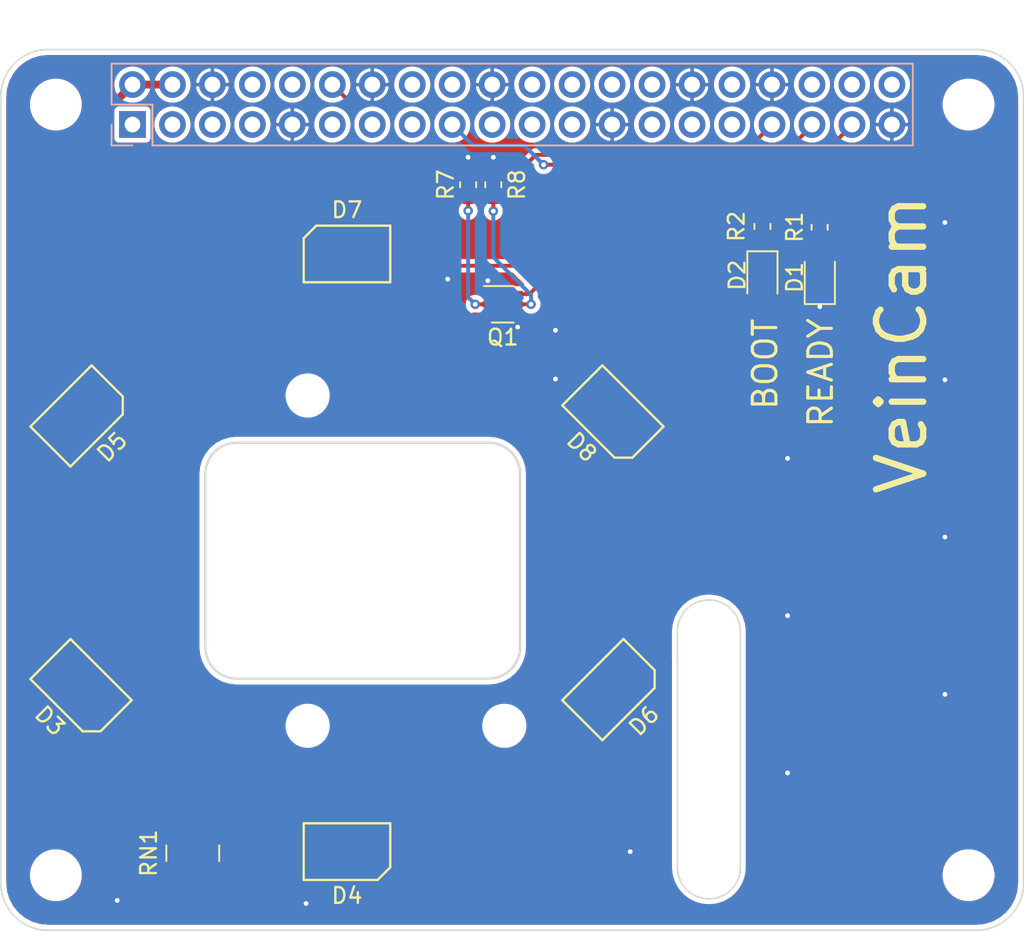
<source format=kicad_pcb>
(kicad_pcb (version 20171130) (host pcbnew "(5.1.2)-1")
  (title_block (date "15 nov 2012"))
  (layers (0 F.Cu signal) (31 B.Cu signal) (34 B.Paste user) (35 F.Paste user) (36 B.SilkS user) (37 F.SilkS user) (38 B.Mask user) (39 F.Mask user) (44 Edge.Cuts user))
  (net 0 "")
  (net 1 +5V)
  (net 2 GND)
  (net 3 "Net-(D1-Pad2)")
  (net 4 "Net-(D3-Pad1)")
  (net 5 "Net-(D3-Pad3)")
  (net 6 "Net-(D4-Pad3)")
  (net 7 "Net-(D4-Pad1)")
  (net 8 "Net-(D5-Pad3)")
  (net 9 "Net-(D5-Pad1)")
  (net 10 /LED_READY)
  (net 11 /LED_940)
  (net 12 /LED_850)
  (net 13 "Net-(D3-Pad2)")
  (net 14 "Net-(D3-Pad4)")
  (net 15 "Net-(D4-Pad4)")
  (net 16 "Net-(D4-Pad2)")
  (net 17 "Net-(D6-Pad1)")
  (net 18 "Net-(D6-Pad3)")
  (net 19 "Net-(D7-Pad1)")
  (net 20 "Net-(D7-Pad3)")
  (net 21 +3V3)
  (net 22 /nLED_BOOT)
  (net 23 "Net-(D2-Pad1)")
  (module Resistor_SMD:R_Array_Convex_4x0603 (layer F.Cu) (at 212.2 145.1 90)
    (fp_text reference RN1 (at 0 -2.8 90) (layer F.SilkS))
    (fp_text value R_Pack_3R3)
    (fp_line (start 0.5 -1.68) (end -0.5 -1.68) (layer F.SilkS) (width 0.12))
    (fp_line (start 0.5 1.68) (end -0.5 1.68) (layer F.SilkS) (width 0.12))
    (pad 5 smd rect (at 0.9 1.2 90) (size 0.8 0.5) (layers F.Cu F.Paste F.Mask) (net 16 "Net-(D4-Pad2)"))
    (pad 6 smd rect (at 0.9 0.4 90) (size 0.8 0.4) (layers F.Cu F.Paste F.Mask) (net 15 "Net-(D4-Pad4)"))
    (pad 8 smd rect (at 0.9 -1.2 90) (size 0.8 0.5) (layers F.Cu F.Paste F.Mask) (net 13 "Net-(D3-Pad2)"))
    (pad 7 smd rect (at 0.9 -0.4 90) (size 0.8 0.4) (layers F.Cu F.Paste F.Mask) (net 14 "Net-(D3-Pad4)"))
    (pad 4 smd rect (at -0.9 1.2 90) (size 0.8 0.5) (layers F.Cu F.Paste F.Mask) (net 1 +5V))
    (pad 2 smd rect (at -0.9 -0.4 90) (size 0.8 0.4) (layers F.Cu F.Paste F.Mask) (net 1 +5V))
    (pad 3 smd rect (at -0.9 0.4 90) (size 0.8 0.4) (layers F.Cu F.Paste F.Mask) (net 1 +5V))
    (pad 1 smd rect (at -0.9 -1.2 90) (size 0.8 0.5) (layers F.Cu F.Paste F.Mask) (net 1 +5V))
  )
  (module VeinCam_Footprints:PiCamera (layer F.Cu) (at 222 126 270)
    (fp_text reference TP1)
    (fp_text value "Camera Outline")
    (fp_line (start -5 9) (end 6 9) (layer Edge.Cuts) (width 0.15))
    (fp_line (start 8 7) (end 8 -9) (layer Edge.Cuts) (width 0.15))
    (fp_line (start 6 -11) (end -5 -11) (layer Edge.Cuts) (width 0.15))
    (fp_line (start -7 -9) (end -7 7) (layer Edge.Cuts) (width 0.15))
    (fp_arc (start 6 7) (end 6 9) (angle -90) (layer Edge.Cuts) (width 0.15))
    (fp_arc (start -5 7) (end -7 7) (angle -90) (layer Edge.Cuts) (width 0.15))
    (fp_arc (start -5 -9) (end -5 -11) (angle -90) (layer Edge.Cuts) (width 0.15))
    (fp_arc (start 6 -9) (end 8 -9) (angle -90) (layer Edge.Cuts) (width 0.15))
    (pad "" np_thru_hole circle (at 11 -10 270) (size 2.2 2.2) (drill 2.2) (layers *.Cu *.Mask))
    (pad "" np_thru_hole circle (at -10 2.5 270) (size 2.2 2.2) (drill 2.2) (layers *.Cu *.Mask))
    (pad "" np_thru_hole circle (at 11 2.5 270) (size 2.2 2.2) (drill 2.2) (layers *.Cu *.Mask))
  )
  (module Connector_PinSocket_2.54mm:PinSocket_2x20_P2.54mm_Vertical (layer B.Cu) (at 208.37 98.77 270)
    (fp_text reference J1)
    (fp_text value Raspberry_Pi_2_3)
    (fp_line (start -3.87 1.33) (end -1.27 1.33) (layer B.SilkS) (width 0.12))
    (fp_line (start -3.87 1.33) (end -3.87 -49.59) (layer B.SilkS) (width 0.12))
    (fp_line (start -3.87 -49.59) (end 1.33 -49.59) (layer B.SilkS) (width 0.12))
    (fp_line (start 1.33 -1.27) (end 1.33 -49.59) (layer B.SilkS) (width 0.12))
    (fp_line (start -1.27 -1.27) (end 1.33 -1.27) (layer B.SilkS) (width 0.12))
    (fp_line (start -1.27 1.33) (end -1.27 -1.27) (layer B.SilkS) (width 0.12))
    (fp_line (start 1.33 1.33) (end 1.33 0) (layer B.SilkS) (width 0.12))
    (fp_line (start 0 1.33) (end 1.33 1.33) (layer B.SilkS) (width 0.12))
    (pad 1 thru_hole rect (at 0 0 270) (size 1.7 1.7) (drill 1) (layers *.Cu *.Mask))
    (pad 2 thru_hole oval (at -2.54 0 270) (size 1.7 1.7) (drill 1) (layers *.Cu *.Mask) (net 1 +5V))
    (pad 3 thru_hole oval (at 0 -2.54 270) (size 1.7 1.7) (drill 1) (layers *.Cu *.Mask))
    (pad 4 thru_hole oval (at -2.54 -2.54 270) (size 1.7 1.7) (drill 1) (layers *.Cu *.Mask) (net 1 +5V))
    (pad 5 thru_hole oval (at 0 -5.08 270) (size 1.7 1.7) (drill 1) (layers *.Cu *.Mask))
    (pad 6 thru_hole oval (at -2.54 -5.08 270) (size 1.7 1.7) (drill 1) (layers *.Cu *.Mask) (net 2 GND))
    (pad 7 thru_hole oval (at 0 -7.62 270) (size 1.7 1.7) (drill 1) (layers *.Cu *.Mask))
    (pad 8 thru_hole oval (at -2.54 -7.62 270) (size 1.7 1.7) (drill 1) (layers *.Cu *.Mask))
    (pad 9 thru_hole oval (at 0 -10.16 270) (size 1.7 1.7) (drill 1) (layers *.Cu *.Mask) (net 2 GND))
    (pad 10 thru_hole oval (at -2.54 -10.16 270) (size 1.7 1.7) (drill 1) (layers *.Cu *.Mask))
    (pad 11 thru_hole oval (at 0 -12.7 270) (size 1.7 1.7) (drill 1) (layers *.Cu *.Mask))
    (pad 12 thru_hole oval (at -2.54 -12.7 270) (size 1.7 1.7) (drill 1) (layers *.Cu *.Mask) (net 12 /LED_850))
    (pad 13 thru_hole oval (at 0 -15.24 270) (size 1.7 1.7) (drill 1) (layers *.Cu *.Mask))
    (pad 14 thru_hole oval (at -2.54 -15.24 270) (size 1.7 1.7) (drill 1) (layers *.Cu *.Mask) (net 2 GND))
    (pad 15 thru_hole oval (at 0 -17.78 270) (size 1.7 1.7) (drill 1) (layers *.Cu *.Mask))
    (pad 16 thru_hole oval (at -2.54 -17.78 270) (size 1.7 1.7) (drill 1) (layers *.Cu *.Mask))
    (pad 17 thru_hole oval (at 0 -20.32 270) (size 1.7 1.7) (drill 1) (layers *.Cu *.Mask) (net 21 +3V3))
    (pad 18 thru_hole oval (at -2.54 -20.32 270) (size 1.7 1.7) (drill 1) (layers *.Cu *.Mask))
    (pad 19 thru_hole oval (at 0 -22.86 270) (size 1.7 1.7) (drill 1) (layers *.Cu *.Mask))
    (pad 20 thru_hole oval (at -2.54 -22.86 270) (size 1.7 1.7) (drill 1) (layers *.Cu *.Mask) (net 2 GND))
    (pad 21 thru_hole oval (at 0 -25.4 270) (size 1.7 1.7) (drill 1) (layers *.Cu *.Mask))
    (pad 22 thru_hole oval (at -2.54 -25.4 270) (size 1.7 1.7) (drill 1) (layers *.Cu *.Mask))
    (pad 23 thru_hole oval (at 0 -27.94 270) (size 1.7 1.7) (drill 1) (layers *.Cu *.Mask))
    (pad 24 thru_hole oval (at -2.54 -27.94 270) (size 1.7 1.7) (drill 1) (layers *.Cu *.Mask))
    (pad 25 thru_hole oval (at 0 -30.48 270) (size 1.7 1.7) (drill 1) (layers *.Cu *.Mask) (net 2 GND))
    (pad 26 thru_hole oval (at -2.54 -30.48 270) (size 1.7 1.7) (drill 1) (layers *.Cu *.Mask))
    (pad 27 thru_hole oval (at 0 -33.02 270) (size 1.7 1.7) (drill 1) (layers *.Cu *.Mask))
    (pad 28 thru_hole oval (at -2.54 -33.02 270) (size 1.7 1.7) (drill 1) (layers *.Cu *.Mask))
    (pad 29 thru_hole oval (at 0 -35.56 270) (size 1.7 1.7) (drill 1) (layers *.Cu *.Mask))
    (pad 30 thru_hole oval (at -2.54 -35.56 270) (size 1.7 1.7) (drill 1) (layers *.Cu *.Mask) (net 2 GND))
    (pad 31 thru_hole oval (at 0 -38.1 270) (size 1.7 1.7) (drill 1) (layers *.Cu *.Mask))
    (pad 32 thru_hole oval (at -2.54 -38.1 270) (size 1.7 1.7) (drill 1) (layers *.Cu *.Mask))
    (pad 33 thru_hole oval (at 0 -40.64 270) (size 1.7 1.7) (drill 1) (layers *.Cu *.Mask) (net 11 /LED_940))
    (pad 34 thru_hole oval (at -2.54 -40.64 270) (size 1.7 1.7) (drill 1) (layers *.Cu *.Mask) (net 2 GND))
    (pad 35 thru_hole oval (at 0 -43.18 270) (size 1.7 1.7) (drill 1) (layers *.Cu *.Mask) (net 22 /nLED_BOOT))
    (pad 36 thru_hole oval (at -2.54 -43.18 270) (size 1.7 1.7) (drill 1) (layers *.Cu *.Mask))
    (pad 37 thru_hole oval (at 0 -45.72 270) (size 1.7 1.7) (drill 1) (layers *.Cu *.Mask) (net 10 /LED_READY))
    (pad 38 thru_hole oval (at -2.54 -45.72 270) (size 1.7 1.7) (drill 1) (layers *.Cu *.Mask))
    (pad 39 thru_hole oval (at 0 -48.26 270) (size 1.7 1.7) (drill 1) (layers *.Cu *.Mask) (net 2 GND))
    (pad 40 thru_hole oval (at -2.54 -48.26 270) (size 1.7 1.7) (drill 1) (layers *.Cu *.Mask))
  )
  (module VeinCam_Footprints:SFH7252 (layer F.Cu) (at 205.1 134.7 45)
    (fp_text reference D3 (at -2.8 0 135) (layer F.SilkS))
    (fp_text value SFH7252)
    (fp_line (start -1 2.75) (end -1.8 1.95) (layer F.SilkS) (width 0.15))
    (fp_line (start -1.8 1.95) (end -1.8 -2.75) (layer F.SilkS) (width 0.15))
    (fp_line (start -1.8 -2.75) (end 1.8 -2.75) (layer F.SilkS) (width 0.15))
    (fp_line (start 1.8 -2.75) (end 1.8 2.75) (layer F.SilkS) (width 0.15))
    (fp_line (start 1.8 2.75) (end -1 2.75) (layer F.SilkS) (width 0.15))
    (pad 2 smd rect (at -0.750001 -1.4 45) (size 1.1 1.7) (layers F.Cu F.Paste F.Mask) (net 13 "Net-(D3-Pad2)"))
    (pad 1 smd rect (at -0.750001 1.4 45) (size 1.1 1.7) (layers F.Cu F.Paste F.Mask) (net 4 "Net-(D3-Pad1)"))
    (pad 3 smd rect (at 0.750001 -1.4 45) (size 1.1 1.7) (layers F.Cu F.Paste F.Mask) (net 5 "Net-(D3-Pad3)"))
    (pad 4 smd rect (at 0.750001 1.4 45) (size 1.1 1.7) (layers F.Cu F.Paste F.Mask) (net 14 "Net-(D3-Pad4)"))
  )
  (module VeinCam_Footprints:SFH7252 (layer F.Cu) (at 222 145 90)
    (fp_text reference D4 (at -2.8 0 180) (layer F.SilkS))
    (fp_text value SFH7252)
    (fp_line (start 1.8 2.75) (end -1 2.75) (layer F.SilkS) (width 0.15))
    (fp_line (start 1.8 -2.75) (end 1.8 2.75) (layer F.SilkS) (width 0.15))
    (fp_line (start -1.8 -2.75) (end 1.8 -2.75) (layer F.SilkS) (width 0.15))
    (fp_line (start -1.8 1.95) (end -1.8 -2.75) (layer F.SilkS) (width 0.15))
    (fp_line (start -1 2.75) (end -1.8 1.95) (layer F.SilkS) (width 0.15))
    (pad 4 smd rect (at 0.750001 1.4 90) (size 1.1 1.7) (layers F.Cu F.Paste F.Mask) (net 15 "Net-(D4-Pad4)"))
    (pad 3 smd rect (at 0.750001 -1.4 90) (size 1.1 1.7) (layers F.Cu F.Paste F.Mask) (net 6 "Net-(D4-Pad3)"))
    (pad 1 smd rect (at -0.750001 1.4 90) (size 1.1 1.7) (layers F.Cu F.Paste F.Mask) (net 7 "Net-(D4-Pad1)"))
    (pad 2 smd rect (at -0.750001 -1.4 90) (size 1.1 1.7) (layers F.Cu F.Paste F.Mask) (net 16 "Net-(D4-Pad2)"))
  )
  (module VeinCam_Footprints:SFH7252 (layer F.Cu) (at 205.1 117.3 135)
    (fp_text reference D5 (at -2.8 0 225) (layer F.SilkS))
    (fp_text value SFH7252)
    (fp_line (start 1.8 2.75) (end -1 2.75) (layer F.SilkS) (width 0.15))
    (fp_line (start 1.8 -2.75) (end 1.8 2.75) (layer F.SilkS) (width 0.15))
    (fp_line (start -1.8 -2.75) (end 1.8 -2.75) (layer F.SilkS) (width 0.15))
    (fp_line (start -1.8 1.95) (end -1.8 -2.75) (layer F.SilkS) (width 0.15))
    (fp_line (start -1 2.75) (end -1.8 1.95) (layer F.SilkS) (width 0.15))
    (pad 4 smd rect (at 0.750001 1.4 135) (size 1.1 1.7) (layers F.Cu F.Paste F.Mask) (net 5 "Net-(D3-Pad3)"))
    (pad 3 smd rect (at 0.750001 -1.4 135) (size 1.1 1.7) (layers F.Cu F.Paste F.Mask) (net 8 "Net-(D5-Pad3)"))
    (pad 1 smd rect (at -0.750001 1.4 135) (size 1.1 1.7) (layers F.Cu F.Paste F.Mask) (net 9 "Net-(D5-Pad1)"))
    (pad 2 smd rect (at -0.750001 -1.4 135) (size 1.1 1.7) (layers F.Cu F.Paste F.Mask) (net 4 "Net-(D3-Pad1)"))
  )
  (module VeinCam_Footprints:SFH7252 (layer F.Cu) (at 238.9 134.7 135)
    (fp_text reference D6 (at -2.8 0 225) (layer F.SilkS))
    (fp_text value SFH7252)
    (fp_line (start -1 2.75) (end -1.8 1.95) (layer F.SilkS) (width 0.15))
    (fp_line (start -1.8 1.95) (end -1.8 -2.75) (layer F.SilkS) (width 0.15))
    (fp_line (start -1.8 -2.75) (end 1.8 -2.75) (layer F.SilkS) (width 0.15))
    (fp_line (start 1.8 -2.75) (end 1.8 2.75) (layer F.SilkS) (width 0.15))
    (fp_line (start 1.8 2.75) (end -1 2.75) (layer F.SilkS) (width 0.15))
    (pad 2 smd rect (at -0.750001 -1.4 135) (size 1.1 1.7) (layers F.Cu F.Paste F.Mask) (net 7 "Net-(D4-Pad1)"))
    (pad 1 smd rect (at -0.750001 1.4 135) (size 1.1 1.7) (layers F.Cu F.Paste F.Mask) (net 17 "Net-(D6-Pad1)"))
    (pad 3 smd rect (at 0.750001 -1.4 135) (size 1.1 1.7) (layers F.Cu F.Paste F.Mask) (net 18 "Net-(D6-Pad3)"))
    (pad 4 smd rect (at 0.750001 1.4 135) (size 1.1 1.7) (layers F.Cu F.Paste F.Mask) (net 6 "Net-(D4-Pad3)"))
  )
  (module MountingHole:MountingHole_2.7mm_M2.5 (layer F.Cu) (at 203.5 97.5)
    (fp_text reference H1)
    (fp_text value MountingHole)
    (pad 1 np_thru_hole circle (at 0 0) (size 2.7 2.7) (drill 2.7) (layers *.Cu *.Mask))
  )
  (module MountingHole:MountingHole_2.7mm_M2.5 (layer F.Cu) (at 203.5 146.5)
    (fp_text reference H2)
    (fp_text value MountingHole)
    (pad 1 np_thru_hole circle (at 0 0) (size 2.7 2.7) (drill 2.7) (layers *.Cu *.Mask))
  )
  (module MountingHole:MountingHole_2.7mm_M2.5 (layer F.Cu) (at 261.5 146.5)
    (fp_text reference H3)
    (fp_text value MountingHole)
    (pad 1 np_thru_hole circle (at 0 0) (size 2.7 2.7) (drill 2.7) (layers *.Cu *.Mask))
  )
  (module MountingHole:MountingHole_2.7mm_M2.5 (layer F.Cu) (at 261.5 97.5)
    (fp_text reference H4)
    (fp_text value MountingHole)
    (pad 1 np_thru_hole circle (at 0 0) (size 2.7 2.7) (drill 2.7) (layers *.Cu *.Mask))
  )
  (module Package_TO_SOT_SMD:SOT-363_SC-70-6 (layer F.Cu) (at 231.9 110.2)
    (fp_text reference Q1 (at 0 2.1) (layer F.SilkS))
    (fp_text value NTJD4001N)
    (fp_line (start 0.7 -1.16) (end -1.2 -1.16) (layer F.SilkS) (width 0.12))
    (fp_line (start -0.7 1.16) (end 0.7 1.16) (layer F.SilkS) (width 0.12))
    (pad 1 smd rect (at -0.95 -0.65) (size 0.65 0.4) (layers F.Cu F.Paste F.Mask) (net 2 GND))
    (pad 3 smd rect (at -0.95 0.65) (size 0.65 0.4) (layers F.Cu F.Paste F.Mask) (net 19 "Net-(D7-Pad1)"))
    (pad 5 smd rect (at 0.95 0) (size 0.65 0.4) (layers F.Cu F.Paste F.Mask) (net 11 /LED_940))
    (pad 2 smd rect (at -0.95 0) (size 0.65 0.4) (layers F.Cu F.Paste F.Mask) (net 12 /LED_850))
    (pad 4 smd rect (at 0.95 0.65) (size 0.65 0.4) (layers F.Cu F.Paste F.Mask) (net 2 GND))
    (pad 6 smd rect (at 0.95 -0.65) (size 0.65 0.4) (layers F.Cu F.Paste F.Mask) (net 20 "Net-(D7-Pad3)"))
  )
  (module Resistor_SMD:R_0603_1608Metric (layer F.Cu) (at 252.0375 105.3 90)
    (fp_text reference R1 (at 0 -1.5875 90) (layer F.SilkS))
    (fp_text value 1K)
    (fp_line (start -0.162779 0.51) (end 0.162779 0.51) (layer F.SilkS) (width 0.12))
    (fp_line (start -0.162779 -0.51) (end 0.162779 -0.51) (layer F.SilkS) (width 0.12))
    (pad 2 smd roundrect (at 0.7875 0 90) (size 0.875 0.95) (layers F.Cu F.Paste F.Mask) (net 10 /LED_READY))
    (pad 1 smd roundrect (at -0.7875 0 90) (size 0.875 0.95) (layers F.Cu F.Paste F.Mask) (net 3 "Net-(D1-Pad2)"))
  )
  (module Resistor_SMD:R_0603_1608Metric (layer F.Cu) (at 248.4 105.25 270)
    (fp_text reference R2 (at 0 1.65 90) (layer F.SilkS))
    (fp_text value 1K5)
    (fp_line (start -0.162779 -0.51) (end 0.162779 -0.51) (layer F.SilkS) (width 0.12))
    (fp_line (start -0.162779 0.51) (end 0.162779 0.51) (layer F.SilkS) (width 0.12))
    (pad 1 smd roundrect (at -0.7875 0 270) (size 0.875 0.95) (layers F.Cu F.Paste F.Mask) (net 22 /nLED_BOOT))
    (pad 2 smd roundrect (at 0.7875 0 270) (size 0.875 0.95) (layers F.Cu F.Paste F.Mask) (net 23 "Net-(D2-Pad1)"))
  )
  (module Resistor_SMD:R_0603_1608Metric (layer F.Cu) (at 231.3 102.6 90)
    (fp_text reference R8 (at 0 1.5 90) (layer F.SilkS))
    (fp_text value 10K)
    (fp_line (start -0.162779 0.51) (end 0.162779 0.51) (layer F.SilkS) (width 0.12))
    (fp_line (start -0.162779 -0.51) (end 0.162779 -0.51) (layer F.SilkS) (width 0.12))
    (pad 2 smd roundrect (at 0.7875 0 90) (size 0.875 0.95) (layers F.Cu F.Paste F.Mask) (net 2 GND))
    (pad 1 smd roundrect (at -0.7875 0 90) (size 0.875 0.95) (layers F.Cu F.Paste F.Mask) (net 11 /LED_940))
  )
  (module LED_SMD:LED_0805_2012Metric (layer F.Cu) (at 252.05 108.5 90)
    (fp_text reference D1 (at 0 -1.6 270) (layer F.SilkS))
    (fp_text value "GREEN LED")
    (fp_line (start -1.685 0.96) (end 1 0.96) (layer F.SilkS) (width 0.12))
    (fp_line (start -1.685 -0.96) (end -1.685 0.96) (layer F.SilkS) (width 0.12))
    (fp_line (start 1 -0.96) (end -1.685 -0.96) (layer F.SilkS) (width 0.12))
    (pad 2 smd roundrect (at 0.9375 0 90) (size 0.975 1.4) (layers F.Cu F.Paste F.Mask) (net 3 "Net-(D1-Pad2)"))
    (pad 1 smd roundrect (at -0.9375 0 90) (size 0.975 1.4) (layers F.Cu F.Paste F.Mask) (net 2 GND))
  )
  (module LED_SMD:LED_0805_2012Metric (layer F.Cu) (at 248.4 108.5125 270)
    (fp_text reference D2 (at -0.1625 1.6 270) (layer F.SilkS))
    (fp_text value "RED LED")
    (fp_line (start 1 -0.96) (end -1.685 -0.96) (layer F.SilkS) (width 0.12))
    (fp_line (start -1.685 -0.96) (end -1.685 0.96) (layer F.SilkS) (width 0.12))
    (fp_line (start -1.685 0.96) (end 1 0.96) (layer F.SilkS) (width 0.12))
    (pad 1 smd roundrect (at -0.9375 0 270) (size 0.975 1.4) (layers F.Cu F.Paste F.Mask) (net 23 "Net-(D2-Pad1)"))
    (pad 2 smd roundrect (at 0.9375 0 270) (size 0.975 1.4) (layers F.Cu F.Paste F.Mask) (net 21 +3V3))
  )
  (module VeinCam_Footprints:SFH7252 (layer F.Cu) (at 222 107 270)
    (fp_text reference D7 (at -2.8 0) (layer F.SilkS))
    (fp_text value SFH7252)
    (fp_line (start -1 2.75) (end -1.8 1.95) (layer F.SilkS) (width 0.15))
    (fp_line (start -1.8 1.95) (end -1.8 -2.75) (layer F.SilkS) (width 0.15))
    (fp_line (start -1.8 -2.75) (end 1.8 -2.75) (layer F.SilkS) (width 0.15))
    (fp_line (start 1.8 -2.75) (end 1.8 2.75) (layer F.SilkS) (width 0.15))
    (fp_line (start 1.8 2.75) (end -1 2.75) (layer F.SilkS) (width 0.15))
    (pad 2 smd rect (at -0.75 -1.4 270) (size 1.1 1.7) (layers F.Cu F.Paste F.Mask) (net 9 "Net-(D5-Pad1)"))
    (pad 1 smd rect (at -0.75 1.4 270) (size 1.1 1.7) (layers F.Cu F.Paste F.Mask) (net 19 "Net-(D7-Pad1)"))
    (pad 3 smd rect (at 0.75 -1.4 270) (size 1.1 1.7) (layers F.Cu F.Paste F.Mask) (net 20 "Net-(D7-Pad3)"))
    (pad 4 smd rect (at 0.75 1.4 270) (size 1.1 1.7) (layers F.Cu F.Paste F.Mask) (net 8 "Net-(D5-Pad3)"))
  )
  (module VeinCam_Footprints:SFH7252 (layer F.Cu) (at 238.9 117.3 45)
    (fp_text reference D8 (at -2.8 0 135) (layer F.SilkS))
    (fp_text value SFH7252)
    (fp_line (start 1.8 2.75) (end -1 2.75) (layer F.SilkS) (width 0.15))
    (fp_line (start 1.8 -2.75) (end 1.8 2.75) (layer F.SilkS) (width 0.15))
    (fp_line (start -1.8 -2.75) (end 1.8 -2.75) (layer F.SilkS) (width 0.15))
    (fp_line (start -1.8 1.95) (end -1.8 -2.75) (layer F.SilkS) (width 0.15))
    (fp_line (start -1 2.75) (end -1.8 1.95) (layer F.SilkS) (width 0.15))
    (pad 4 smd rect (at 0.750001 1.4 45) (size 1.1 1.7) (layers F.Cu F.Paste F.Mask) (net 18 "Net-(D6-Pad3)"))
    (pad 3 smd rect (at 0.750001 -1.4 45) (size 1.1 1.7) (layers F.Cu F.Paste F.Mask) (net 20 "Net-(D7-Pad3)"))
    (pad 1 smd rect (at -0.750001 1.4 45) (size 1.1 1.7) (layers F.Cu F.Paste F.Mask) (net 19 "Net-(D7-Pad1)"))
    (pad 2 smd rect (at -0.750001 -1.4 45) (size 1.1 1.7) (layers F.Cu F.Paste F.Mask) (net 17 "Net-(D6-Pad1)"))
  )
  (module Resistor_SMD:R_0603_1608Metric (layer F.Cu) (at 229.7 102.6 90)
    (fp_text reference R7 (at 0 -1.43 90) (layer F.SilkS))
    (fp_text value 10K)
    (fp_line (start -0.162779 -0.51) (end 0.162779 -0.51) (layer F.SilkS) (width 0.12))
    (fp_line (start -0.162779 0.51) (end 0.162779 0.51) (layer F.SilkS) (width 0.12))
    (pad 1 smd roundrect (at -0.7875 0 90) (size 0.875 0.95) (layers F.Cu F.Paste F.Mask) (net 12 /LED_850))
    (pad 2 smd roundrect (at 0.7875 0 90) (size 0.875 0.95) (layers F.Cu F.Paste F.Mask) (net 2 GND))
  )
  (gr_text VeinCam (at 257.25 112.75 90) (layer F.SilkS) (effects (font (size 3 3) (thickness 0.4))))
  (gr_text BOOT (at 248.575 114 90) (layer F.SilkS) (effects (font (size 1.5 1.5) (thickness 0.2))))
  (gr_text READY (at 252.1 114.55 90) (layer F.SilkS) (effects (font (size 1.5 1.5) (thickness 0.2))))
  (gr_arc (start 245 146) (end 243 146) (angle -180) (layer Edge.Cuts) (width 0.1))
  (gr_arc (start 245 131) (end 247 131) (angle -180) (layer Edge.Cuts) (width 0.1))
  (gr_line (start 200 147) (end 200 97) (layer Edge.Cuts) (width 0.1))
  (gr_line (start 243 146) (end 243 131) (layer Edge.Cuts) (width 0.1))
  (gr_line (start 247 131) (end 247 146) (layer Edge.Cuts) (width 0.1))
  (gr_arc (start 262 97) (end 262 94) (angle 90) (layer Edge.Cuts) (width 0.1))
  (gr_arc (start 262 147) (end 265 147) (angle 90) (layer Edge.Cuts) (width 0.1))
  (gr_arc (start 203 147) (end 203 150) (angle 90) (layer Edge.Cuts) (width 0.1))
  (gr_arc (start 203 97) (end 200 97) (angle 90) (layer Edge.Cuts) (width 0.1))
  (gr_line (start 262 94) (end 203 94) (layer Edge.Cuts) (width 0.1))
  (gr_line (start 265 147) (end 265 97) (layer Edge.Cuts) (width 0.1))
  (gr_line (start 203 150) (end 262 150) (layer Edge.Cuts) (width 0.1))
  (segment (start 210.91 96.23) (end 208.37 96.23) (width 0.5) (layer F.Cu) (net 1))
  (segment (start 210.3 147.2) (end 210.6 147.2) (width 0.5) (layer F.Cu) (net 1))
  (segment (start 201.2 138.1) (end 210.3 147.2) (width 0.5) (layer F.Cu) (net 1))
  (segment (start 201.2 105.4) (end 201.2 138.1) (width 0.5) (layer F.Cu) (net 1))
  (segment (start 206.9 99.7) (end 201.2 105.4) (width 0.5) (layer F.Cu) (net 1))
  (segment (start 208.37 96.23) (end 206.9 97.7) (width 0.5) (layer F.Cu) (net 1))
  (segment (start 206.9 97.7) (end 206.9 99.7) (width 0.5) (layer F.Cu) (net 1))
  (segment (start 213.4 145.95) (end 213.4 147.2) (width 0.25) (layer F.Cu) (net 1))
  (segment (start 212.6 146.65) (end 212.6 147.2) (width 0.25) (layer F.Cu) (net 1))
  (segment (start 212.6 145.95) (end 212.6 146.65) (width 0.25) (layer F.Cu) (net 1))
  (segment (start 212.6 147.2) (end 213.4 147.2) (width 0.35) (layer F.Cu) (net 1))
  (segment (start 211.8 146.65) (end 211.8 147.2) (width 0.25) (layer F.Cu) (net 1))
  (segment (start 211.8 145.95) (end 211.8 146.65) (width 0.25) (layer F.Cu) (net 1))
  (segment (start 211.8 147.2) (end 212.6 147.2) (width 0.35) (layer F.Cu) (net 1))
  (segment (start 211 145.95) (end 211 147.2) (width 0.25) (layer F.Cu) (net 1))
  (segment (start 210.3 147.2) (end 211 147.2) (width 0.35) (layer F.Cu) (net 1))
  (segment (start 211 147.2) (end 211.8 147.2) (width 0.35) (layer F.Cu) (net 1))
  (via (at 260 105) (size 0.6) (drill 0.3) (layers F.Cu B.Cu) (net 2))
  (via (at 260 115) (size 0.6) (drill 0.3) (layers F.Cu B.Cu) (net 2))
  (via (at 260 125) (size 0.6) (drill 0.3) (layers F.Cu B.Cu) (net 2))
  (via (at 260 135) (size 0.6) (drill 0.3) (layers F.Cu B.Cu) (net 2))
  (via (at 250 120) (size 0.6) (drill 0.3) (layers F.Cu B.Cu) (net 2))
  (via (at 250 130) (size 0.6) (drill 0.3) (layers F.Cu B.Cu) (net 2))
  (via (at 250 140) (size 0.6) (drill 0.3) (layers F.Cu B.Cu) (net 2))
  (via (at 240 145) (size 0.6) (drill 0.3) (layers F.Cu B.Cu) (net 2))
  (via (at 207.4 148.1) (size 0.6) (drill 0.3) (layers F.Cu B.Cu) (net 2))
  (via (at 219.4 148.3) (size 0.6) (drill 0.3) (layers F.Cu B.Cu) (net 2))
  (via (at 231.3 100.85) (size 0.6) (drill 0.3) (layers F.Cu B.Cu) (net 2))
  (segment (start 231.3 101.8125) (end 231.3 100.85) (width 0.25) (layer F.Cu) (net 2))
  (via (at 229.7 100.85) (size 0.6) (drill 0.3) (layers F.Cu B.Cu) (net 2))
  (segment (start 229.7 101.8125) (end 229.7 100.85) (width 0.25) (layer F.Cu) (net 2))
  (via (at 252.05 110.35) (size 0.6) (drill 0.3) (layers F.Cu B.Cu) (net 2))
  (segment (start 252.05 109.4375) (end 252.05 110.35) (width 0.25) (layer F.Cu) (net 2))
  (via (at 230.95 108.7) (size 0.6) (drill 0.3) (layers F.Cu B.Cu) (net 2))
  (via (at 232.85 111.65) (size 0.6) (drill 0.3) (layers F.Cu B.Cu) (net 2))
  (via (at 228.4 108.6) (size 0.6) (drill 0.3) (layers F.Cu B.Cu) (net 2))
  (via (at 235.25 111.85) (size 0.6) (drill 0.3) (layers F.Cu B.Cu) (net 2))
  (via (at 235.25 114.95) (size 0.6) (drill 0.3) (layers F.Cu B.Cu) (net 2))
  (segment (start 252.05 107.5625) (end 252.05 106.1) (width 0.25) (layer F.Cu) (net 3))
  (segment (start 204.8 135.45) (end 205.55 136.2) (width 0.35) (layer F.Cu) (net 4))
  (segment (start 203.7 119.760661) (end 203.7 130.7) (width 0.35) (layer F.Cu) (net 4))
  (segment (start 204.640381 118.82028) (end 203.7 119.760661) (width 0.35) (layer F.Cu) (net 4))
  (segment (start 203.7 130.7) (end 206.1 133.1) (width 0.35) (layer F.Cu) (net 4))
  (segment (start 206.1 133.1) (end 206.1 133.75) (width 0.35) (layer F.Cu) (net 4))
  (segment (start 206.1 133.75) (end 204.8 135.05) (width 0.35) (layer F.Cu) (net 4))
  (segment (start 204.8 135.05) (end 204.8 135.45) (width 0.35) (layer F.Cu) (net 4))
  (segment (start 205.100001 115.320102) (end 205.070102 115.320102) (width 0.35) (layer F.Cu) (net 5))
  (segment (start 205.559619 115.77972) (end 205.100001 115.320102) (width 0.35) (layer F.Cu) (net 5))
  (segment (start 205.070102 115.320102) (end 204.429898 115.320102) (width 0.35) (layer F.Cu) (net 5))
  (segment (start 204.429898 115.320102) (end 202.05 117.7) (width 0.35) (layer F.Cu) (net 5))
  (segment (start 202.05 117.7) (end 202.05 130.6) (width 0.35) (layer F.Cu) (net 5))
  (segment (start 202.05 130.6) (end 204.65 133.2) (width 0.35) (layer F.Cu) (net 5))
  (segment (start 238.6 134) (end 239.4 133.2) (width 0.35) (layer F.Cu) (net 6))
  (segment (start 238.6 134.3) (end 238.6 134) (width 0.35) (layer F.Cu) (net 6))
  (segment (start 240.1 135.8) (end 238.6 134.3) (width 0.35) (layer F.Cu) (net 6))
  (segment (start 240.1 136.2) (end 240.1 135.8) (width 0.35) (layer F.Cu) (net 6))
  (segment (start 221.8 144.249999) (end 222 144.449999) (width 0.35) (layer F.Cu) (net 6))
  (segment (start 220.6 144.249999) (end 221.8 144.249999) (width 0.35) (layer F.Cu) (net 6))
  (segment (start 222 144.449999) (end 222 146.5) (width 0.35) (layer F.Cu) (net 6))
  (segment (start 222 146.5) (end 222.3 146.8) (width 0.35) (layer F.Cu) (net 6))
  (segment (start 222.3 146.8) (end 229.5 146.8) (width 0.35) (layer F.Cu) (net 6))
  (segment (start 229.5 146.8) (end 240.1 136.2) (width 0.35) (layer F.Cu) (net 6))
  (segment (start 223.4 145.750001) (end 228.849999 145.750001) (width 0.35) (layer F.Cu) (net 7))
  (segment (start 228.849999 145.750001) (end 238.4 136.2) (width 0.35) (layer F.Cu) (net 7))
  (segment (start 204.25147 117.087869) (end 204.887869 117.087869) (width 0.35) (layer F.Cu) (net 8))
  (segment (start 203.57972 117.759619) (end 204.25147 117.087869) (width 0.35) (layer F.Cu) (net 8))
  (segment (start 204.887869 117.087869) (end 206.1 118.3) (width 0.35) (layer F.Cu) (net 8))
  (segment (start 206.1 118.3) (end 207.3 118.3) (width 0.35) (layer F.Cu) (net 8))
  (segment (start 207.3 118.3) (end 217.85 107.75) (width 0.35) (layer F.Cu) (net 8))
  (segment (start 217.85 107.75) (end 220.6 107.75) (width 0.35) (layer F.Cu) (net 8))
  (segment (start 223.4 105.5) (end 223.4 106.3) (width 0.35) (layer F.Cu) (net 9))
  (segment (start 223.05 105.15) (end 223.4 105.5) (width 0.35) (layer F.Cu) (net 9))
  (segment (start 206.62028 116.840381) (end 218.310661 105.15) (width 0.35) (layer F.Cu) (net 9))
  (segment (start 218.310661 105.15) (end 223.05 105.15) (width 0.35) (layer F.Cu) (net 9))
  (segment (start 252.0375 104.5125) (end 252.0375 102.4125) (width 0.25) (layer F.Cu) (net 10))
  (segment (start 252.0375 102.4125) (end 252.0375 100.8625) (width 0.25) (layer F.Cu) (net 10))
  (segment (start 252.0375 100.8625) (end 254.1 98.8) (width 0.25) (layer F.Cu) (net 10))
  (via (at 231.3 104.275706) (size 0.6) (drill 0.3) (layers F.Cu B.Cu) (net 11))
  (segment (start 234 100.7) (end 231.3 103.4) (width 0.25) (layer F.Cu) (net 11))
  (segment (start 247.08 100.7) (end 234 100.7) (width 0.25) (layer F.Cu) (net 11))
  (segment (start 231.3 103.4) (end 231.3 103.851442) (width 0.25) (layer F.Cu) (net 11))
  (segment (start 249.01 98.77) (end 247.08 100.7) (width 0.25) (layer F.Cu) (net 11))
  (segment (start 231.3 103.851442) (end 231.3 104.275706) (width 0.25) (layer F.Cu) (net 11))
  (via (at 233.7 110.2) (size 0.6) (drill 0.3) (layers F.Cu B.Cu) (net 11))
  (segment (start 233.849942 110.2) (end 233.7 110.2) (width 0.25) (layer B.Cu) (net 11))
  (segment (start 233.7 110.2) (end 232.85 110.2) (width 0.25) (layer F.Cu) (net 11))
  (segment (start 231.3 107.2) (end 231.3 104.275706) (width 0.25) (layer B.Cu) (net 11))
  (segment (start 233.7 110.2) (end 233.7 109.6) (width 0.25) (layer B.Cu) (net 11))
  (segment (start 233.7 109.6) (end 231.3 107.2) (width 0.25) (layer B.Cu) (net 11))
  (via (at 229.7 104.25) (size 0.6) (drill 0.3) (layers F.Cu B.Cu) (net 12))
  (via (at 230.150001 110.2) (size 0.6) (drill 0.3) (layers F.Cu B.Cu) (net 12))
  (segment (start 230.95 110.2) (end 230.150001 110.2) (width 0.25) (layer F.Cu) (net 12))
  (segment (start 229.7 104.25) (end 229.7 109.749999) (width 0.25) (layer B.Cu) (net 12))
  (segment (start 229.7 109.749999) (end 229.850002 109.900001) (width 0.25) (layer B.Cu) (net 12))
  (segment (start 229.850002 109.900001) (end 230.150001 110.2) (width 0.25) (layer B.Cu) (net 12))
  (segment (start 229.7 103.4) (end 229.7 104.25) (width 0.25) (layer F.Cu) (net 12))
  (segment (start 222.35 97.51) (end 222.35 99.45) (width 0.25) (layer F.Cu) (net 12))
  (segment (start 221.07 96.23) (end 222.35 97.51) (width 0.25) (layer F.Cu) (net 12))
  (segment (start 222.35 99.45) (end 223.55 100.65) (width 0.25) (layer F.Cu) (net 12))
  (segment (start 229.7 103.2) (end 229.7 103.4) (width 0.25) (layer F.Cu) (net 12))
  (segment (start 229.225888 102.925888) (end 226.95 100.65) (width 0.25) (layer F.Cu) (net 12))
  (segment (start 229.238388 102.925888) (end 229.225888 102.925888) (width 0.25) (layer F.Cu) (net 12))
  (segment (start 229.7 103.3875) (end 229.238388 102.925888) (width 0.25) (layer F.Cu) (net 12))
  (segment (start 223.55 100.65) (end 226.95 100.65) (width 0.25) (layer F.Cu) (net 12))
  (segment (start 203 135.25) (end 211 143.25) (width 0.25) (layer F.Cu) (net 13))
  (segment (start 203.57972 134.240381) (end 203 134.820101) (width 0.25) (layer F.Cu) (net 13))
  (segment (start 203 134.820101) (end 203 135.25) (width 0.25) (layer F.Cu) (net 13))
  (segment (start 211 143.25) (end 211 144.2) (width 0.25) (layer F.Cu) (net 13))
  (segment (start 207.5 138.9) (end 211.8 143.2) (width 0.25) (layer F.Cu) (net 14))
  (segment (start 206.62028 135.159619) (end 207.5 136.039339) (width 0.25) (layer F.Cu) (net 14))
  (segment (start 207.5 136.039339) (end 207.5 138.9) (width 0.25) (layer F.Cu) (net 14))
  (segment (start 211.8 143.2) (end 211.8 144.2) (width 0.25) (layer F.Cu) (net 14))
  (segment (start 223.4 143.4) (end 223.4 144.2) (width 0.25) (layer F.Cu) (net 15))
  (segment (start 222.6 142.6) (end 223.4 143.4) (width 0.25) (layer F.Cu) (net 15))
  (segment (start 213.45 142.6) (end 222.6 142.6) (width 0.25) (layer F.Cu) (net 15))
  (segment (start 212.6 143.45) (end 213.45 142.6) (width 0.25) (layer F.Cu) (net 15))
  (segment (start 212.6 143.45) (end 212.6 144.2) (width 0.25) (layer F.Cu) (net 15))
  (segment (start 219.3 145.7) (end 220.6 145.7) (width 0.25) (layer F.Cu) (net 16))
  (segment (start 216.8 143.2) (end 219.3 145.7) (width 0.25) (layer F.Cu) (net 16))
  (segment (start 213.6 143.2) (end 216.8 143.2) (width 0.25) (layer F.Cu) (net 16))
  (segment (start 213.4 143.4) (end 213.6 143.2) (width 0.25) (layer F.Cu) (net 16))
  (segment (start 213.4 143.4) (end 213.4 144.2) (width 0.25) (layer F.Cu) (net 16))
  (segment (start 240.649519 134.550481) (end 240.349519 134.550481) (width 0.3) (layer F.Cu) (net 17))
  (segment (start 238.052529 117.552529) (end 237.3 116.8) (width 0.35) (layer F.Cu) (net 17))
  (segment (start 242 132.660661) (end 242 117.9) (width 0.35) (layer F.Cu) (net 17))
  (segment (start 240.42028 134.240381) (end 242 132.660661) (width 0.35) (layer F.Cu) (net 17))
  (segment (start 242 117.9) (end 240.4 116.3) (width 0.35) (layer F.Cu) (net 17))
  (segment (start 240.4 116.3) (end 239.8 116.3) (width 0.35) (layer F.Cu) (net 17))
  (segment (start 239.8 116.3) (end 238.547471 117.552529) (width 0.35) (layer F.Cu) (net 17))
  (segment (start 238.547471 117.552529) (end 238.052529 117.552529) (width 0.35) (layer F.Cu) (net 17))
  (segment (start 241.3 118.6) (end 240.4 117.7) (width 0.35) (layer F.Cu) (net 18))
  (segment (start 241.3 129.7) (end 241.3 118.6) (width 0.35) (layer F.Cu) (net 18))
  (segment (start 236.8 134.2) (end 241.3 129.7) (width 0.35) (layer F.Cu) (net 18))
  (segment (start 237.37972 135.159619) (end 236.8 134.579899) (width 0.35) (layer F.Cu) (net 18))
  (segment (start 236.8 134.579899) (end 236.8 134.2) (width 0.35) (layer F.Cu) (net 18))
  (segment (start 221.6 106.25) (end 222 106.65) (width 0.25) (layer F.Cu) (net 19))
  (segment (start 220.6 106.25) (end 221.6 106.25) (width 0.25) (layer F.Cu) (net 19))
  (segment (start 222 106.65) (end 222 108.5) (width 0.25) (layer F.Cu) (net 19))
  (segment (start 222 108.5) (end 222.35 108.85) (width 0.25) (layer F.Cu) (net 19))
  (segment (start 222.35 108.85) (end 227.2 108.85) (width 0.25) (layer F.Cu) (net 19))
  (segment (start 230.05 110.85) (end 229.625 111.275) (width 0.25) (layer F.Cu) (net 19))
  (segment (start 230.95 110.85) (end 230.05 110.85) (width 0.25) (layer F.Cu) (net 19))
  (segment (start 229.625 111.275) (end 227.2 108.85) (width 0.25) (layer F.Cu) (net 19))
  (segment (start 231.4 113.05) (end 229.625 111.275) (width 0.25) (layer F.Cu) (net 19))
  (segment (start 237.75 119.4) (end 231.4 113.05) (width 0.25) (layer F.Cu) (net 19))
  (segment (start 239.35 118.8) (end 238.75 119.4) (width 0.25) (layer F.Cu) (net 19))
  (segment (start 238.75 119.4) (end 237.75 119.4) (width 0.25) (layer F.Cu) (net 19))
  (segment (start 223.4 107.75) (end 232.7 107.75) (width 0.25) (layer F.Cu) (net 20))
  (segment (start 237.05 112.1) (end 237.05 114.4) (width 0.25) (layer F.Cu) (net 20))
  (segment (start 237.05 114.4) (end 238.45 115.8) (width 0.25) (layer F.Cu) (net 20))
  (segment (start 233.6 109.55) (end 234.05 109.1) (width 0.25) (layer F.Cu) (net 20))
  (segment (start 232.85 109.55) (end 233.6 109.55) (width 0.25) (layer F.Cu) (net 20))
  (segment (start 232.7 107.75) (end 234.05 109.1) (width 0.25) (layer F.Cu) (net 20))
  (segment (start 234.05 109.1) (end 237.05 112.1) (width 0.25) (layer F.Cu) (net 20))
  (segment (start 233.266939 100.1) (end 234.19195 101.025011) (width 0.25) (layer B.Cu) (net 21))
  (via (at 234.491949 101.32501) (size 0.6) (drill 0.3) (layers F.Cu B.Cu) (net 21))
  (segment (start 234.19195 101.025011) (end 234.491949 101.32501) (width 0.25) (layer B.Cu) (net 21))
  (segment (start 228.69 98.77) (end 230.02 100.1) (width 0.25) (layer B.Cu) (net 21))
  (segment (start 230.02 100.1) (end 233.266939 100.1) (width 0.25) (layer B.Cu) (net 21))
  (segment (start 246.02501 101.32501) (end 247.1 102.4) (width 0.25) (layer F.Cu) (net 21))
  (segment (start 248.4 108.7) (end 248.4 109.5) (width 0.25) (layer F.Cu) (net 21))
  (segment (start 234.491949 101.32501) (end 246.02501 101.32501) (width 0.25) (layer F.Cu) (net 21))
  (segment (start 247.1 102.4) (end 247.1 107.9) (width 0.25) (layer F.Cu) (net 21))
  (segment (start 247.1 107.9) (end 247.7 108.5) (width 0.25) (layer F.Cu) (net 21))
  (segment (start 247.7 108.5) (end 248.2 108.5) (width 0.25) (layer F.Cu) (net 21))
  (segment (start 248.2 108.5) (end 248.4 108.7) (width 0.25) (layer F.Cu) (net 21))
  (segment (start 248.4 102) (end 251.6 98.8) (width 0.25) (layer F.Cu) (net 22))
  (segment (start 248.4 104.5) (end 248.4 102) (width 0.25) (layer F.Cu) (net 22))
  (segment (start 248.4 106.0375) (end 248.4 107.6) (width 0.25) (layer F.Cu) (net 23))
  (zone (net 2) (net_name GND) (layer B.Cu) (connect_pads (clearance 0.3)) (min_thickness 0.2) (fill yes (arc_segments 16) (thermal_gap 0.21) (thermal_bridge_width 0.21))
    (polygon (pts (xy 200 94) (xy 265 94) (xy 265 150) (xy 200 150)))
  )
  (zone (net 2) (net_name GND) (layer F.Cu) (connect_pads (clearance 0.3)) (min_thickness 0.2) (fill yes (arc_segments 16) (thermal_gap 0.21) (thermal_bridge_width 0.21) (smoothing chamfer) (radius 0.1))
    (polygon (pts (xy 200 94) (xy 265 94) (xy 265 150) (xy 200 150)))
  )
)
</source>
